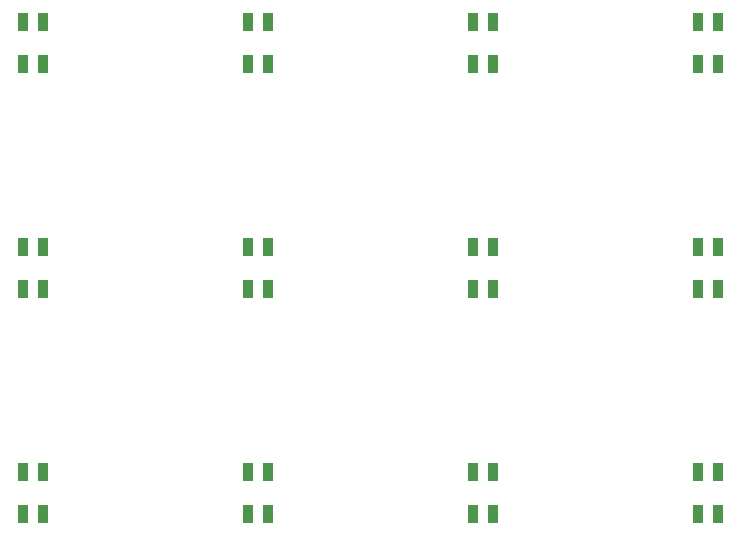
<source format=gbr>
%TF.GenerationSoftware,KiCad,Pcbnew,9.0.6*%
%TF.CreationDate,2025-12-07T14:47:38+00:00*%
%TF.ProjectId,RP-00,52502d30-302e-46b6-9963-61645f706362,rev?*%
%TF.SameCoordinates,Original*%
%TF.FileFunction,Paste,Top*%
%TF.FilePolarity,Positive*%
%FSLAX46Y46*%
G04 Gerber Fmt 4.6, Leading zero omitted, Abs format (unit mm)*
G04 Created by KiCad (PCBNEW 9.0.6) date 2025-12-07 14:47:38*
%MOMM*%
%LPD*%
G01*
G04 APERTURE LIST*
%ADD10R,0.850000X1.600000*%
G04 APERTURE END LIST*
D10*
%TO.C,D11*%
X142797528Y-107946306D03*
X141047528Y-107946306D03*
X141047528Y-111446306D03*
X142797528Y-111446306D03*
%TD*%
%TO.C,D9*%
X104697496Y-107946306D03*
X102947496Y-107946306D03*
X102947496Y-111446306D03*
X104697496Y-111446306D03*
%TD*%
%TO.C,D10*%
X123747512Y-107946306D03*
X121997512Y-107946306D03*
X121997512Y-111446306D03*
X123747512Y-111446306D03*
%TD*%
%TO.C,D2*%
X123747512Y-69846274D03*
X121997512Y-69846274D03*
X121997512Y-73346274D03*
X123747512Y-73346274D03*
%TD*%
%TO.C,D5*%
X104697496Y-88896290D03*
X102947496Y-88896290D03*
X102947496Y-92396290D03*
X104697496Y-92396290D03*
%TD*%
%TO.C,D12*%
X161847544Y-107946306D03*
X160097544Y-107946306D03*
X160097544Y-111446306D03*
X161847544Y-111446306D03*
%TD*%
%TO.C,D3*%
X142797528Y-69846274D03*
X141047528Y-69846274D03*
X141047528Y-73346274D03*
X142797528Y-73346274D03*
%TD*%
%TO.C,D7*%
X142797528Y-88896290D03*
X141047528Y-88896290D03*
X141047528Y-92396290D03*
X142797528Y-92396290D03*
%TD*%
%TO.C,D8*%
X161847544Y-88896290D03*
X160097544Y-88896290D03*
X160097544Y-92396290D03*
X161847544Y-92396290D03*
%TD*%
%TO.C,D6*%
X123747512Y-88896290D03*
X121997512Y-88896290D03*
X121997512Y-92396290D03*
X123747512Y-92396290D03*
%TD*%
%TO.C,D1*%
X104697496Y-69846274D03*
X102947496Y-69846274D03*
X102947496Y-73346274D03*
X104697496Y-73346274D03*
%TD*%
%TO.C,D4*%
X161847544Y-69846274D03*
X160097544Y-69846274D03*
X160097544Y-73346274D03*
X161847544Y-73346274D03*
%TD*%
M02*

</source>
